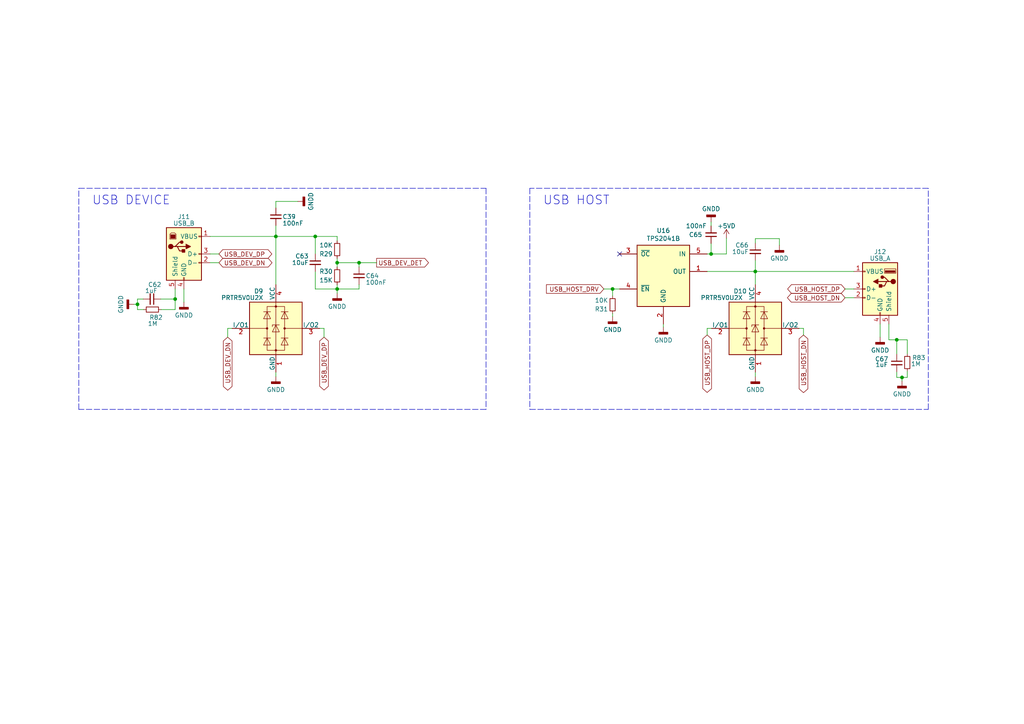
<source format=kicad_sch>
(kicad_sch (version 20211123) (generator eeschema)
  (paper "A4")
  (title_block (title "MOD DuoX - Bottom Board") (date "2021-11-11") (rev "Rev 1.05") (company "MOD Devices GmbH") (comment 1 "DuoX Audio processing board") (comment 2 "https://github.com/moddevices/mod-hw-duoX") (comment 3 "Inp Power: 12V 700mA") (comment 4 "USB outp Power: 500mA"))
  (lib_symbols
    (symbol "Power_Management:TPS2041B" (pin_names (offset 1.016))
      (property "Reference" "U" (at 0 10.795 0))
      (property "Value" "TPS2041B" (at 0 8.89 0))
      (symbol "TPS2041B_0_1"
        (rectangle (start -7.62 7.62) (end 7.62 -10.16) (stroke (width 0.254)) (fill (type background)))
      )
      (symbol "TPS2041B_1_1"
        (pin power_out line (at 12.7 0 180) (length 5.08) (name "OUT") (number "1"))
        (pin power_in line (at 0 -15.24 90) (length 5.08) (name "GND") (number "2"))
        (pin open_collector line (at -12.7 5.08 0) (length 5.08) (name "~{OC}") (number "3"))
        (pin input line (at -12.7 -5.08 0) (length 5.08) (name "~{EN}") (number "4"))
        (pin power_in line (at 12.7 5.08 180) (length 5.08) (name "IN") (number "5"))
      )
    )
    (symbol "bottom-board-rescue:+5VD-power" (power) (pin_names (offset 0))
      (property "Value" "+5VD-power" (at 0 3.556 0))
      (symbol "+5VD-power_0_1"
        (polyline (pts (xy -0.762 1.27) (xy 0 2.54)))
        (polyline (pts (xy 0 0) (xy 0 2.54)))
        (polyline (pts (xy 0 2.54) (xy 0.762 1.27)))
      )
      (symbol "+5VD-power_1_1"
        (pin power_in line (at 0 0 90) (length 0) hide (name "+5VD") (number "1"))
      )
    )
    (symbol "bottom-board-rescue:C_Small-Device" (pin_numbers hide) (pin_names (offset 0.254) hide)
      (property "Reference" "C" (at 0.254 1.778 0))
      (property "Value" "C_Small-Device" (at 0.254 -2.032 0))
      (symbol "C_Small-Device_0_1"
        (polyline (pts (xy -1.524 -0.508) (xy 1.524 -0.508)) (stroke (width 0.3302)))
        (polyline (pts (xy -1.524 0.508) (xy 1.524 0.508)) (stroke (width 0.3048)))
      )
      (symbol "C_Small-Device_1_1"
        (pin passive line (at 0 2.54 270) (length 2.032) (name "~") (number "1"))
        (pin passive line (at 0 -2.54 90) (length 2.032) (name "~") (number "2"))
      )
    )
    (symbol "bottom-board-rescue:GNDD-power" (power) (pin_names (offset 0))
      (property "Value" "GNDD-power" (at 0 -3.175 0))
      (symbol "GNDD-power_0_1"
        (rectangle (start -1.27 -1.524) (end 1.27 -2.032) (stroke (width 0.254)) (fill (type outline)))
        (polyline (pts (xy 0 0) (xy 0 -1.524)))
      )
      (symbol "GNDD-power_1_1"
        (pin power_in line (at 0 0 270) (length 0) hide (name "GNDD") (number "1"))
      )
    )
    (symbol "bottom-board-rescue:PRTR5V0U2X-Power_Protection" (pin_names (offset 0))
      (property "Reference" "D" (at 2.794 8.636 0))
      (property "Value" "PRTR5V0U2X-Power_Protection" (at 8.128 -9.398 0))
      (symbol "PRTR5V0U2X-Power_Protection_0_1"
        (rectangle (start -7.62 -7.62) (end 7.62 7.62) (stroke (width 0.254)) (fill (type background)))
        (circle (center -2.54 0) (radius 0.254) (fill (type outline)))
        (rectangle (start -2.54 6.35) (end 2.54 -6.35))
        (circle (center 0 -6.35) (radius 0.254) (fill (type outline)))
        (polyline (pts (xy -2.54 0) (xy -7.62 0)))
        (polyline (pts (xy -1.524 -2.794) (xy -3.556 -2.794)))
        (polyline (pts (xy -1.524 4.826) (xy -3.556 4.826)))
        (polyline (pts (xy 0 -7.62) (xy 0 7.62)))
        (polyline (pts (xy 1.524 -2.794) (xy 3.556 -2.794)))
        (polyline (pts (xy 1.524 4.826) (xy 3.556 4.826)))
        (polyline (pts (xy 2.54 0) (xy 7.62 0)))
        (polyline (pts (xy 1.016 1.016) (xy -1.016 1.016) (xy -1.016 0.508)))
        (polyline (pts (xy -3.556 -4.826) (xy -1.524 -4.826) (xy -2.54 -2.794) (xy -3.556 -4.826)))
        (polyline (pts (xy -3.556 2.794) (xy -1.524 2.794) (xy -2.54 4.826) (xy -3.556 2.794)))
        (polyline (pts (xy -1.016 -1.016) (xy 1.016 -1.016) (xy 0 1.016) (xy -1.016 -1.016)))
        (polyline (pts (xy 3.556 -4.826) (xy 1.524 -4.826) (xy 2.54 -2.794) (xy 3.556 -4.826)))
        (polyline (pts (xy 3.556 2.794) (xy 1.524 2.794) (xy 2.54 4.826) (xy 3.556 2.794)))
        (circle (center 0 6.35) (radius 0.254) (fill (type outline)))
        (circle (center 2.54 0) (radius 0.254) (fill (type outline)))
      )
      (symbol "PRTR5V0U2X-Power_Protection_1_1"
        (pin passive line (at 0 -12.7 90) (length 5.08) (name "GND") (number "1"))
        (pin passive line (at -12.7 0 0) (length 5.08) (name "I/O1") (number "2"))
        (pin passive line (at 12.7 0 180) (length 5.08) (name "I/O2") (number "3"))
        (pin passive line (at 0 12.7 270) (length 5.08) (name "VCC") (number "4"))
      )
    )
    (symbol "bottom-board-rescue:R_Small-Device" (pin_numbers hide) (pin_names (offset 0.254) hide)
      (property "Reference" "R" (at 0.762 0.508 0))
      (property "Value" "R_Small-Device" (at 0.762 -1.016 0))
      (symbol "R_Small-Device_0_1"
        (rectangle (start -0.762 1.778) (end 0.762 -1.778) (stroke (width 0.2032)))
      )
      (symbol "R_Small-Device_1_1"
        (pin passive line (at 0 2.54 270) (length 0.762) (name "~") (number "1"))
        (pin passive line (at 0 -2.54 90) (length 0.762) (name "~") (number "2"))
      )
    )
    (symbol "bottom-board-rescue:USB_A-Connector" (pin_names (offset 1.016))
      (property "Reference" "J" (at -5.08 11.43 0))
      (property "Value" "USB_A-Connector" (at -5.08 8.89 0))
      (symbol "USB_A-Connector_0_1"
        (rectangle (start -5.08 -7.62) (end 5.08 7.62) (stroke (width 0.254)) (fill (type background)))
        (circle (center -3.81 2.159) (radius 0.635) (stroke (width 0.254)) (fill (type outline)))
        (rectangle (start -1.524 4.826) (end -4.318 5.334) (fill (type outline)))
        (rectangle (start -1.27 4.572) (end -4.572 5.842))
        (circle (center -0.635 3.429) (radius 0.381) (stroke (width 0.254)) (fill (type outline)))
        (rectangle (start -0.127 -7.62) (end 0.127 -6.858))
        (polyline (pts (xy -3.175 2.159) (xy -2.54 2.159) (xy -1.27 3.429) (xy -0.635 3.429)) (stroke (width 0.254)))
        (polyline (pts (xy -2.54 2.159) (xy -1.905 2.159) (xy -1.27 0.889) (xy 0 0.889)) (stroke (width 0.254)))
        (polyline (pts (xy 0.635 2.794) (xy 0.635 1.524) (xy 1.905 2.159) (xy 0.635 2.794)) (stroke (width 0.254)) (fill (type outline)))
        (rectangle (start 0.254 1.27) (end -0.508 0.508) (stroke (width 0.254)) (fill (type outline)))
        (rectangle (start 5.08 -2.667) (end 4.318 -2.413))
        (rectangle (start 5.08 -0.127) (end 4.318 0.127))
        (rectangle (start 5.08 4.953) (end 4.318 5.207))
      )
      (symbol "USB_A-Connector_1_1"
        (polyline (pts (xy -1.905 2.159) (xy 0.635 2.159)) (stroke (width 0.254)))
        (pin power_in line (at 7.62 5.08 180) (length 2.54) (name "VBUS") (number "1"))
        (pin passive line (at 7.62 -2.54 180) (length 2.54) (name "D-") (number "2"))
        (pin passive line (at 7.62 0 180) (length 2.54) (name "D+") (number "3"))
        (pin power_in line (at 0 -10.16 90) (length 2.54) (name "GND") (number "4"))
        (pin passive line (at -2.54 -10.16 90) (length 2.54) (name "Shield") (number "5"))
      )
    )
    (symbol "bottom-board-rescue:USB_B-Connector" (pin_names (offset 1.016))
      (property "Reference" "J" (at -5.08 11.43 0))
      (property "Value" "USB_B-Connector" (at -5.08 8.89 0))
      (symbol "USB_B-Connector_0_1"
        (rectangle (start -5.08 -7.62) (end 5.08 7.62) (stroke (width 0.254)) (fill (type background)))
        (circle (center -3.81 2.159) (radius 0.635) (stroke (width 0.254)) (fill (type outline)))
        (rectangle (start -3.81 5.588) (end -2.54 4.572) (fill (type outline)))
        (circle (center -0.635 3.429) (radius 0.381) (stroke (width 0.254)) (fill (type outline)))
        (rectangle (start -0.127 -7.62) (end 0.127 -6.858))
        (polyline (pts (xy -1.905 2.159) (xy 0.635 2.159)) (stroke (width 0.254)))
        (polyline (pts (xy -3.175 2.159) (xy -2.54 2.159) (xy -1.27 3.429) (xy -0.635 3.429)) (stroke (width 0.254)))
        (polyline (pts (xy -2.54 2.159) (xy -1.905 2.159) (xy -1.27 0.889) (xy 0 0.889)) (stroke (width 0.254)))
        (polyline (pts (xy 0.635 2.794) (xy 0.635 1.524) (xy 1.905 2.159) (xy 0.635 2.794)) (stroke (width 0.254)) (fill (type outline)))
        (polyline (pts (xy -4.064 4.318) (xy -2.286 4.318) (xy -2.286 5.715) (xy -2.667 6.096) (xy -3.683 6.096) (xy -4.064 5.715) (xy -4.064 4.318)))
        (rectangle (start 0.254 1.27) (end -0.508 0.508) (stroke (width 0.254)) (fill (type outline)))
        (rectangle (start 5.08 -2.667) (end 4.318 -2.413))
        (rectangle (start 5.08 -0.127) (end 4.318 0.127))
        (rectangle (start 5.08 4.953) (end 4.318 5.207))
      )
      (symbol "USB_B-Connector_1_1"
        (pin power_out line (at 7.62 5.08 180) (length 2.54) (name "VBUS") (number "1"))
        (pin passive line (at 7.62 -2.54 180) (length 2.54) (name "D-") (number "2"))
        (pin passive line (at 7.62 0 180) (length 2.54) (name "D+") (number "3"))
        (pin power_out line (at 0 -10.16 90) (length 2.54) (name "GND") (number "4"))
        (pin passive line (at -2.54 -10.16 90) (length 2.54) (name "Shield") (number "5"))
      )
    )
  )
  (junction (at 261.62 109.474))
  (junction (at 50.8 86.741))
  (junction (at 177.673 83.82))
  (junction (at 80.01 68.58))
  (junction (at 260.096 98.552))
  (junction (at 39.878 88.265))
  (junction (at 97.79 76.2))
  (junction (at 97.79 83.82))
  (junction (at 219.075 78.74))
  (junction (at 206.248 73.66))
  (junction (at 104.14 76.2))
  (junction (at 91.44 68.58))
  (no_connect (at 179.705 73.66))
  (wire (pts (xy 39.878 88.265) (xy 38.862 88.265)))
  (wire (pts (xy 46.736 89.789) (xy 50.8 89.789)))
  (wire (pts (xy 219.075 78.74) (xy 247.65 78.74)))
  (wire (pts (xy 60.96 73.66) (xy 63.5 73.66)))
  (polyline (pts (xy 153.67 54.61) (xy 153.67 118.745)))
  (wire (pts (xy 206.248 65.532) (xy 206.248 64.389)))
  (wire (pts (xy 205.105 95.25) (xy 206.375 95.25)))
  (wire (pts (xy 205.105 97.155) (xy 205.105 95.25)))
  (wire (pts (xy 177.673 83.82) (xy 175.133 83.82)))
  (wire (pts (xy 263.144 107.696) (xy 263.144 109.474)))
  (wire (pts (xy 219.075 69.215) (xy 226.06 69.215)))
  (wire (pts (xy 205.105 78.74) (xy 219.075 78.74)))
  (wire (pts (xy 50.8 89.789) (xy 50.8 86.741)))
  (wire (pts (xy 104.14 82.55) (xy 104.14 83.82)))
  (wire (pts (xy 263.144 109.474) (xy 261.62 109.474)))
  (wire (pts (xy 257.81 98.552) (xy 260.096 98.552)))
  (wire (pts (xy 80.01 107.95) (xy 80.01 109.22)))
  (wire (pts (xy 219.075 107.95) (xy 219.075 109.22)))
  (polyline (pts (xy 22.86 118.745) (xy 22.86 54.61)))
  (wire (pts (xy 219.075 75.565) (xy 219.075 78.74)))
  (wire (pts (xy 192.405 94.869) (xy 192.405 93.98)))
  (wire (pts (xy 226.06 69.215) (xy 226.06 71.12)))
  (wire (pts (xy 86.36 58.42) (xy 80.01 58.42)))
  (wire (pts (xy 104.14 77.47) (xy 104.14 76.2)))
  (wire (pts (xy 97.79 83.82) (xy 91.44 83.82)))
  (wire (pts (xy 97.79 76.2) (xy 97.79 77.47)))
  (wire (pts (xy 104.14 76.2) (xy 97.79 76.2)))
  (wire (pts (xy 97.79 68.58) (xy 97.79 69.85)))
  (wire (pts (xy 104.14 83.82) (xy 97.79 83.82)))
  (wire (pts (xy 247.65 83.82) (xy 245.11 83.82)))
  (wire (pts (xy 97.79 82.55) (xy 97.79 83.82)))
  (polyline (pts (xy 269.24 54.61) (xy 153.67 54.61)))
  (wire (pts (xy 80.01 65.405) (xy 80.01 68.58)))
  (wire (pts (xy 97.79 83.82) (xy 97.79 85.09)))
  (wire (pts (xy 91.44 83.82) (xy 91.44 78.74)))
  (wire (pts (xy 263.144 102.616) (xy 263.144 98.552)))
  (wire (pts (xy 205.105 73.66) (xy 206.248 73.66)))
  (polyline (pts (xy 22.86 54.61) (xy 140.97 54.61)))
  (wire (pts (xy 206.248 73.66) (xy 206.248 70.612)))
  (wire (pts (xy 260.096 98.552) (xy 263.144 98.552)))
  (wire (pts (xy 219.075 70.485) (xy 219.075 69.215)))
  (wire (pts (xy 245.11 86.36) (xy 247.65 86.36)))
  (wire (pts (xy 177.673 91.821) (xy 177.673 90.932)))
  (wire (pts (xy 219.075 82.55) (xy 219.075 78.74)))
  (polyline (pts (xy 140.97 118.745) (xy 22.86 118.745)))
  (wire (pts (xy 66.04 95.25) (xy 66.04 97.79)))
  (wire (pts (xy 233.045 95.25) (xy 231.775 95.25)))
  (wire (pts (xy 53.34 83.82) (xy 53.34 87.63)))
  (wire (pts (xy 93.98 95.25) (xy 93.98 97.79)))
  (wire (pts (xy 109.22 76.2) (xy 104.14 76.2)))
  (wire (pts (xy 50.8 86.741) (xy 46.609 86.741)))
  (wire (pts (xy 255.27 93.98) (xy 255.27 97.79)))
  (wire (pts (xy 91.44 68.58) (xy 91.44 73.66)))
  (wire (pts (xy 257.81 93.98) (xy 257.81 98.552)))
  (polyline (pts (xy 140.97 54.61) (xy 140.97 118.745)))
  (wire (pts (xy 66.04 95.25) (xy 67.31 95.25)))
  (wire (pts (xy 260.096 98.552) (xy 260.096 102.743)))
  (wire (pts (xy 80.01 58.42) (xy 80.01 60.325)))
  (polyline (pts (xy 153.67 118.745) (xy 269.24 118.745)))
  (wire (pts (xy 260.096 107.823) (xy 260.096 109.474)))
  (wire (pts (xy 80.01 82.55) (xy 80.01 68.58)))
  (wire (pts (xy 39.878 89.789) (xy 39.878 88.265)))
  (wire (pts (xy 93.98 95.25) (xy 92.71 95.25)))
  (wire (pts (xy 80.01 68.58) (xy 60.96 68.58)))
  (wire (pts (xy 41.656 89.789) (xy 39.878 89.789)))
  (wire (pts (xy 261.62 109.474) (xy 261.62 110.49)))
  (wire (pts (xy 210.693 69.088) (xy 210.693 73.66)))
  (wire (pts (xy 210.693 73.66) (xy 206.248 73.66)))
  (polyline (pts (xy 269.24 118.745) (xy 269.24 54.61)))
  (wire (pts (xy 91.44 68.58) (xy 80.01 68.58)))
  (wire (pts (xy 260.096 109.474) (xy 261.62 109.474)))
  (wire (pts (xy 177.673 85.852) (xy 177.673 83.82)))
  (wire (pts (xy 179.705 83.82) (xy 177.673 83.82)))
  (wire (pts (xy 233.045 97.155) (xy 233.045 95.25)))
  (wire (pts (xy 63.5 76.2) (xy 60.96 76.2)))
  (wire (pts (xy 97.79 68.58) (xy 91.44 68.58)))
  (wire (pts (xy 97.79 74.93) (xy 97.79 76.2)))
  (wire (pts (xy 39.878 86.741) (xy 39.878 88.265)))
  (wire (pts (xy 41.529 86.741) (xy 39.878 86.741)))
  (wire (pts (xy 50.8 83.82) (xy 50.8 86.741)))
  (text "USB DEVICE" (at 26.67 59.69 0) (effects (font (size 2.54 2.54)) (justify left bottom)))
  (text "USB HOST" (at 157.48 59.69 0) (effects (font (size 2.54 2.54)) (justify left bottom)))
  (global_label "USB_DEV_DN" (shape bidirectional) (at 63.5 76.2 0) (property "Intersheet References" "${INTERSHEET_REFS}" (effects hide)))
  (global_label "USB_HOST_DP" (shape bidirectional) (at 245.11 83.82 180) (property "Intersheet References" "${INTERSHEET_REFS}" (effects hide)))
  (global_label "USB_DEV_DN" (shape bidirectional) (at 66.04 97.79 270) (property "Intersheet References" "${INTERSHEET_REFS}" (effects hide)))
  (global_label "USB_DEV_DP" (shape bidirectional) (at 63.5 73.66 0) (property "Intersheet References" "${INTERSHEET_REFS}" (effects hide)))
  (global_label "USB_HOST_DN" (shape bidirectional) (at 245.11 86.36 180) (property "Intersheet References" "${INTERSHEET_REFS}" (effects hide)))
  (global_label "USB_HOST_DRV" (shape input) (at 175.133 83.82 180) (property "Intersheet References" "${INTERSHEET_REFS}" (effects hide)))
  (global_label "USB_HOST_DP" (shape bidirectional) (at 205.105 97.155 270) (property "Intersheet References" "${INTERSHEET_REFS}" (effects hide)))
  (global_label "USB_DEV_DET" (shape output) (at 109.22 76.2 0) (property "Intersheet References" "${INTERSHEET_REFS}" (effects hide)))
  (global_label "USB_DEV_DP" (shape bidirectional) (at 93.98 97.79 270) (property "Intersheet References" "${INTERSHEET_REFS}" (effects hide)))
  (global_label "USB_HOST_DN" (shape bidirectional) (at 233.045 97.155 270) (property "Intersheet References" "${INTERSHEET_REFS}" (effects hide)))
  (symbol (lib_id "bottom-board-rescue:R_Small-Device") (at 177.673 88.392 180) (unit 1)
    (property "Reference" "R31" (at 176.403 89.662 0) (effects (justify left)))
    (property "Value" "10K" (at 176.403 87.122 0) (effects (justify left)))
    (property "Footprint" "Resistor_SMD:R_0603_1608Metric" (effects hide))
    (property "MPN" "RR0816P-103-D" (effects hide))
  )
  (symbol (lib_id "bottom-board-rescue:GNDD-power") (at 192.405 94.869 0) (unit 1)
    (property "Reference" "#PWR0160" (effects hide))
    (property "Value" "GNDD" (at 192.405 98.679 0))
  )
  (symbol (lib_id "bottom-board-rescue:C_Small-Device") (at 206.248 68.072 180) (unit 1)
    (property "Reference" "C65" (at 203.708 68.072 0) (effects (justify left)))
    (property "Value" "100nF" (at 204.978 65.532 0) (effects (justify left)))
    (property "Footprint" "Capacitor_SMD:C_0603_1608Metric" (effects hide))
    (property "MPN" "GCM188R71C104KA37D" (effects hide))
  )
  (symbol (lib_id "bottom-board-rescue:GNDD-power") (at 177.673 91.821 0) (unit 1)
    (property "Reference" "#PWR0159" (effects hide))
    (property "Value" "GNDD" (at 177.673 95.631 0))
  )
  (symbol (lib_id "bottom-board-rescue:R_Small-Device") (at 97.79 80.01 0) (mirror y) (unit 1)
    (property "Reference" "R30" (at 96.52 78.74 0) (effects (justify left)))
    (property "Value" "15K" (at 96.52 81.28 0) (effects (justify left)))
    (property "Footprint" "Resistor_SMD:R_0603_1608Metric" (effects hide))
    (property "MPN" "RMCF0603JT15K0" (effects hide))
  )
  (symbol (lib_id "bottom-board-rescue:C_Small-Device") (at 104.14 80.01 0) (mirror y) (unit 1)
    (property "Reference" "C64" (at 106.045 80.01 0) (effects (justify right)))
    (property "Value" "100nF" (at 106.045 81.915 0) (effects (justify right)))
    (property "Footprint" "Capacitor_SMD:C_0603_1608Metric" (effects hide))
    (property "MPN" "GCM188R71C104KA37D" (effects hide))
  )
  (symbol (lib_id "bottom-board-rescue:GNDD-power") (at 97.79 85.09 0) (mirror y) (unit 1)
    (property "Reference" "#PWR0157" (effects hide))
    (property "Value" "GNDD" (at 97.79 88.9 0))
  )
  (symbol (lib_id "bottom-board-rescue:+5VD-power") (at 210.693 69.088 0) (unit 1)
    (property "Reference" "#PWR0158" (effects hide))
    (property "Value" "+5VD" (at 210.693 65.532 0))
  )
  (symbol (lib_id "bottom-board-rescue:GNDD-power") (at 53.34 87.63 0) (mirror y) (unit 1)
    (property "Reference" "#PWR0155" (effects hide))
    (property "Value" "GNDD" (at 53.34 91.44 0))
  )
  (symbol (lib_id "bottom-board-rescue:PRTR5V0U2X-Power_Protection") (at 80.01 95.25 0) (unit 1)
    (property "Reference" "D9" (at 73.66 84.455 0) (effects (justify left)))
    (property "Value" "PRTR5V0U2X" (at 64.135 86.36 0) (effects (justify left)))
    (property "Footprint" "Package_TO_SOT_SMD:SOT-143" (effects hide))
    (property "Datasheet" "https://assets.nexperia.com/documents/data-sheet/PRTR5V0U2X.pdf" (effects hide))
    (property "MPN" "PRTR5V0U2X,215" (effects hide))
  )
  (symbol (lib_id "bottom-board-rescue:USB_A-Connector") (at 255.27 83.82 0) (mirror y) (unit 1)
    (property "Reference" "J12" (at 255.27 73.025 0))
    (property "Value" "USB_A" (at 255.27 74.93 0))
    (property "Footprint" "footprints:USB_A_Vertical" (effects hide))
    (property "MPN" "KUSBX-SLAS1N-B" (effects hide))
  )
  (symbol (lib_id "bottom-board-rescue:USB_B-Connector") (at 53.34 73.66 0) (unit 1)
    (property "Reference" "J11" (at 53.34 62.865 0))
    (property "Value" "USB_B" (at 53.34 64.77 0))
    (property "Footprint" "Connector_USB:USB_B_OST_USB-B1HSxx_Horizontal" (effects hide))
    (property "MPN" "61729-1011BLF" (effects hide))
  )
  (symbol (lib_id "bottom-board-rescue:GNDD-power") (at 80.01 109.22 0) (unit 1)
    (property "Reference" "#PWR0156" (effects hide))
    (property "Value" "GNDD" (at 80.01 113.03 0))
  )
  (symbol (lib_id "bottom-board-rescue:R_Small-Device") (at 97.79 72.39 180) (unit 1)
    (property "Reference" "R29" (at 96.52 73.66 0) (effects (justify left)))
    (property "Value" "10K" (at 96.52 71.12 0) (effects (justify left)))
    (property "Footprint" "Resistor_SMD:R_0603_1608Metric" (effects hide))
    (property "MPN" "RR0816P-103-D" (effects hide))
  )
  (symbol (lib_id "bottom-board-rescue:C_Small-Device") (at 91.44 76.2 0) (mirror y) (unit 1)
    (property "Reference" "C63" (at 89.535 74.295 0) (effects (justify left)))
    (property "Value" "10uF" (at 89.535 76.2 0) (effects (justify left)))
    (property "Footprint" "Capacitor_SMD:C_0805_2012Metric" (effects hide))
    (property "MPN" "GRM219R61E106KA12D" (effects hide))
  )
  (symbol (lib_id "bottom-board-rescue:C_Small-Device") (at 219.075 73.025 0) (mirror y) (unit 1)
    (property "Reference" "C66" (at 217.17 71.12 0) (effects (justify left)))
    (property "Value" "10uF" (at 217.17 73.025 0) (effects (justify left)))
    (property "Footprint" "Capacitor_SMD:C_0805_2012Metric" (effects hide))
    (property "MPN" "GRM219R61E106KA12D" (effects hide))
  )
  (symbol (lib_id "bottom-board-rescue:PRTR5V0U2X-Power_Protection") (at 219.075 95.25 0) (unit 1)
    (property "Reference" "D10" (at 212.725 84.455 0) (effects (justify left)))
    (property "Value" "PRTR5V0U2X" (at 203.2 86.36 0) (effects (justify left)))
    (property "Footprint" "Package_TO_SOT_SMD:SOT-143" (effects hide))
    (property "Datasheet" "https://assets.nexperia.com/documents/data-sheet/PRTR5V0U2X.pdf" (effects hide))
    (property "MPN" "PRTR5V0U2X,215" (effects hide))
  )
  (symbol (lib_id "bottom-board-rescue:GNDD-power") (at 255.27 97.79 0) (unit 1)
    (property "Reference" "#PWR0163" (effects hide))
    (property "Value" "GNDD" (at 255.27 101.6 0))
  )
  (symbol (lib_id "bottom-board-rescue:GNDD-power") (at 219.075 109.22 0) (unit 1)
    (property "Reference" "#PWR0161" (effects hide))
    (property "Value" "GNDD" (at 219.075 113.03 0))
  )
  (symbol (lib_id "bottom-board-rescue:GNDD-power") (at 226.06 71.12 0) (mirror y) (unit 1)
    (property "Reference" "#PWR0162" (effects hide))
    (property "Value" "GNDD" (at 226.06 74.93 0))
  )
  (symbol (lib_id "bottom-board-rescue:C_Small-Device") (at 80.01 62.865 0) (mirror y) (unit 1)
    (property "Reference" "C39" (at 81.915 62.865 0) (effects (justify right)))
    (property "Value" "100nF" (at 81.915 64.77 0) (effects (justify right)))
    (property "Footprint" "Capacitor_SMD:C_0603_1608Metric" (effects hide))
    (property "MPN" "GCM188R71C104KA37D" (effects hide))
  )
  (symbol (lib_id "bottom-board-rescue:GNDD-power") (at 86.36 58.42 90) (unit 1)
    (property "Reference" "#PWR0122" (effects hide))
    (property "Value" "GNDD" (at 90.17 58.42 0))
  )
  (symbol (lib_id "bottom-board-rescue:C_Small-Device") (at 44.069 86.741 270) (mirror x) (unit 1)
    (property "Reference" "C62" (at 42.926 82.55 90) (effects (justify left)))
    (property "Value" "1uF" (at 42.037 84.328 90) (effects (justify left)))
    (property "Footprint" "Capacitor_SMD:C_0603_1608Metric" (effects hide))
    (property "MPN" "TMK107B7105KA-T" (effects hide))
  )
  (symbol (lib_id "bottom-board-rescue:R_Small-Device") (at 44.196 89.789 90) (unit 1)
    (property "Reference" "R82" (at 43.307 92.075 90) (effects (justify right)))
    (property "Value" "1M" (at 45.72 93.853 90) (effects (justify left)))
    (property "Footprint" "Resistor_SMD:R_0603_1608Metric" (effects hide))
    (property "MPN" "RT0603BRD071ML" (effects hide))
  )
  (symbol (lib_id "bottom-board-rescue:GNDD-power") (at 38.862 88.265 270) (mirror x) (unit 1)
    (property "Reference" "#PWR0306" (effects hide))
    (property "Value" "GNDD" (at 35.052 88.265 0))
  )
  (symbol (lib_id "bottom-board-rescue:C_Small-Device") (at 260.096 105.283 0) (mirror y) (unit 1)
    (property "Reference" "C67" (at 257.683 104.14 0) (effects (justify left)))
    (property "Value" "1uF" (at 257.556 105.791 0) (effects (justify left)))
    (property "Footprint" "Capacitor_SMD:C_0603_1608Metric" (effects hide))
    (property "MPN" "TMK107B7105KA-T" (effects hide))
  )
  (symbol (lib_id "bottom-board-rescue:R_Small-Device") (at 263.144 105.156 180) (unit 1)
    (property "Reference" "R83" (at 264.541 103.759 0) (effects (justify right)))
    (property "Value" "1M" (at 267.081 105.537 0) (effects (justify left)))
    (property "Footprint" "Resistor_SMD:R_0603_1608Metric" (effects hide))
    (property "MPN" "RT0603BRD071ML" (effects hide))
  )
  (symbol (lib_id "bottom-board-rescue:GNDD-power") (at 261.62 110.49 0) (mirror y) (unit 1)
    (property "Reference" "#PWR0307" (effects hide))
    (property "Value" "GNDD" (at 261.62 114.3 0))
  )
  (symbol (lib_id "Power_Management:TPS2041B") (at 192.405 78.74 0) (unit 1)
    (property "Reference" "U16" (at 192.405 66.8782 0))
    (property "Value" "TPS2041B" (at 192.405 69.1896 0))
    (property "Footprint" "Package_TO_SOT_SMD:SOT-23-5" (effects hide))
    (property "Datasheet" "http://www.ti.com/lit/ds/symlink/tps2041.pdf" (effects hide))
  )
  (symbol (lib_id "bottom-board-rescue:GNDD-power") (at 206.248 64.389 0) (mirror x) (unit 1)
    (property "Reference" "#PWR0308" (effects hide))
    (property "Value" "GNDD" (at 206.248 60.579 0))
  )
)
</source>
